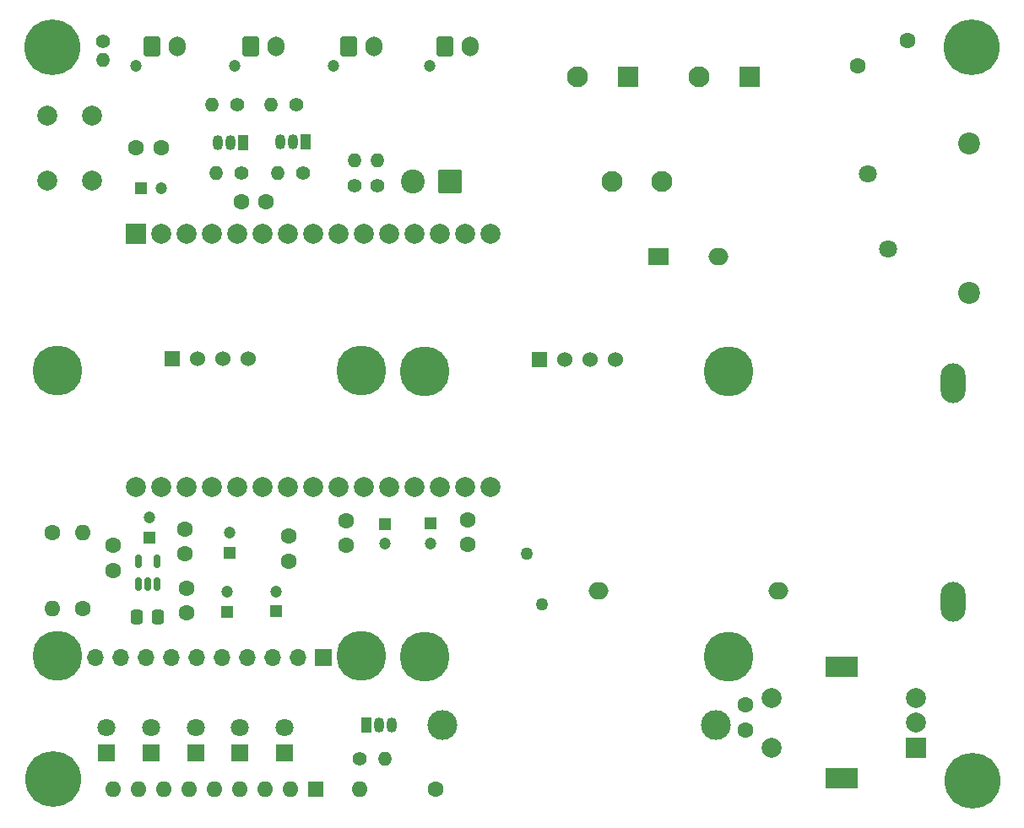
<source format=gbs>
%TF.GenerationSoftware,KiCad,Pcbnew,9.0.0*%
%TF.CreationDate,2026-01-24T21:54:58+01:00*%
%TF.ProjectId,MashMachine V2.0,4d617368-4d61-4636-9869-6e652056322e,rev?*%
%TF.SameCoordinates,Original*%
%TF.FileFunction,Soldermask,Bot*%
%TF.FilePolarity,Negative*%
%FSLAX46Y46*%
G04 Gerber Fmt 4.6, Leading zero omitted, Abs format (unit mm)*
G04 Created by KiCad (PCBNEW 9.0.0) date 2026-01-24 21:54:58*
%MOMM*%
%LPD*%
G01*
G04 APERTURE LIST*
G04 Aperture macros list*
%AMRoundRect*
0 Rectangle with rounded corners*
0 $1 Rounding radius*
0 $2 $3 $4 $5 $6 $7 $8 $9 X,Y pos of 4 corners*
0 Add a 4 corners polygon primitive as box body*
4,1,4,$2,$3,$4,$5,$6,$7,$8,$9,$2,$3,0*
0 Add four circle primitives for the rounded corners*
1,1,$1+$1,$2,$3*
1,1,$1+$1,$4,$5*
1,1,$1+$1,$6,$7*
1,1,$1+$1,$8,$9*
0 Add four rect primitives between the rounded corners*
20,1,$1+$1,$2,$3,$4,$5,0*
20,1,$1+$1,$4,$5,$6,$7,0*
20,1,$1+$1,$6,$7,$8,$9,0*
20,1,$1+$1,$8,$9,$2,$3,0*%
G04 Aperture macros list end*
%ADD10R,1.524000X1.524000*%
%ADD11C,1.524000*%
%ADD12C,5.000000*%
%ADD13C,1.200000*%
%ADD14R,1.200000X1.200000*%
%ADD15O,1.400000X1.400000*%
%ADD16C,1.400000*%
%ADD17C,2.000000*%
%ADD18RoundRect,0.250000X-0.600000X-0.750000X0.600000X-0.750000X0.600000X0.750000X-0.600000X0.750000X0*%
%ADD19O,1.700000X2.000000*%
%ADD20R,1.800000X1.800000*%
%ADD21C,1.800000*%
%ADD22C,5.600000*%
%ADD23R,1.050000X1.500000*%
%ADD24O,1.050000X1.500000*%
%ADD25R,2.000000X2.000000*%
%ADD26R,3.200000X2.000000*%
%ADD27R,1.600000X1.600000*%
%ADD28O,1.600000X1.600000*%
%ADD29RoundRect,0.210000X0.840000X0.840000X-0.840000X0.840000X-0.840000X-0.840000X0.840000X-0.840000X0*%
%ADD30C,2.100000*%
%ADD31C,1.600000*%
%ADD32C,3.000000*%
%ADD33C,2.200000*%
%ADD34RoundRect,0.250000X-0.337500X-0.475000X0.337500X-0.475000X0.337500X0.475000X-0.337500X0.475000X0*%
%ADD35R,2.000000X1.700000*%
%ADD36O,2.000000X1.700000*%
%ADD37RoundRect,0.150000X0.150000X-0.512500X0.150000X0.512500X-0.150000X0.512500X-0.150000X-0.512500X0*%
%ADD38O,2.500000X4.000000*%
%ADD39C,1.270000*%
%ADD40RoundRect,0.249600X-0.950400X-0.950400X0.950400X-0.950400X0.950400X0.950400X-0.950400X0.950400X0*%
%ADD41C,2.400000*%
%ADD42R,1.700000X1.700000*%
%ADD43O,1.700000X1.700000*%
G04 APERTURE END LIST*
D10*
%TO.C,Brd1*%
X117428000Y-90270400D03*
D11*
X119968000Y-90270400D03*
X122508000Y-90270400D03*
X125048000Y-90270400D03*
D12*
X105898000Y-91460400D03*
X105898000Y-120060400D03*
X136398000Y-91460400D03*
X136398000Y-120060400D03*
%TD*%
D13*
%TO.C,C18*%
X127838200Y-113628200D03*
D14*
X127838200Y-115628200D03*
%TD*%
D15*
%TO.C,R11*%
X127355600Y-64770000D03*
D16*
X129895600Y-64770000D03*
%TD*%
%TO.C,R7*%
X110515400Y-58450400D03*
D15*
X110515400Y-60350400D03*
%TD*%
D17*
%TO.C,SW2*%
X104902000Y-72413000D03*
X104902000Y-65913000D03*
X109402000Y-72413000D03*
X109402000Y-65913000D03*
%TD*%
D13*
%TO.C,J1*%
X123718000Y-60928000D03*
D18*
X125318000Y-58928000D03*
D19*
X127818000Y-58928000D03*
%TD*%
D20*
%TO.C,DC1*%
X110871000Y-129793999D03*
D21*
X110871000Y-127253999D03*
%TD*%
D13*
%TO.C,J3*%
X133568000Y-60928000D03*
D18*
X135168000Y-58928000D03*
D19*
X137668000Y-58928000D03*
%TD*%
D22*
%TO.C,H1*%
X197612000Y-59055000D03*
%TD*%
%TO.C,H3*%
X105460800Y-132435600D03*
%TD*%
D10*
%TO.C,Brd2*%
X154258000Y-90352000D03*
D11*
X156798000Y-90352000D03*
X159338000Y-90352000D03*
X161878000Y-90352000D03*
D12*
X142728000Y-91542000D03*
X142728000Y-120142000D03*
X173228000Y-91542000D03*
X173228000Y-120142000D03*
%TD*%
D20*
%TO.C,LED1*%
X119788000Y-129793998D03*
D21*
X119788000Y-127253998D03*
%TD*%
D13*
%TO.C,J4*%
X143220000Y-60928000D03*
D18*
X144820000Y-58928000D03*
D19*
X147320000Y-58928000D03*
%TD*%
D20*
%TO.C,LED3*%
X128678000Y-129793998D03*
D21*
X128678000Y-127253998D03*
%TD*%
D23*
%TO.C,Air_temp1*%
X136906000Y-127000000D03*
D24*
X138176000Y-127000000D03*
X139446000Y-127000000D03*
%TD*%
D25*
%TO.C,SW1*%
X192046000Y-129286000D03*
D17*
X192046000Y-124286000D03*
X192046000Y-126786000D03*
D26*
X184545999Y-132386000D03*
X184545999Y-121186000D03*
D17*
X177546000Y-124286000D03*
X177546000Y-129286000D03*
%TD*%
D22*
%TO.C,H2*%
X105410000Y-59055000D03*
%TD*%
D27*
%TO.C,RN1*%
X131826000Y-133477000D03*
D28*
X129286000Y-133477000D03*
X126746000Y-133477000D03*
X124206000Y-133477000D03*
X121666000Y-133477000D03*
X119126000Y-133477000D03*
X116586000Y-133477000D03*
X114046000Y-133477000D03*
X111506000Y-133477000D03*
%TD*%
D29*
%TO.C,J6*%
X163169600Y-62026800D03*
D30*
X158089600Y-62026800D03*
%TD*%
D29*
%TO.C,J2*%
X175361600Y-62026800D03*
D30*
X170281600Y-62026800D03*
%TD*%
D13*
%TO.C,J5*%
X113812000Y-60928000D03*
D18*
X115412000Y-58928000D03*
D19*
X117912000Y-58928000D03*
%TD*%
D20*
%TO.C,OnOff1*%
X115343001Y-129794000D03*
D21*
X115343001Y-127254000D03*
%TD*%
D20*
%TO.C,LED2*%
X124233000Y-129793998D03*
D21*
X124233000Y-127253998D03*
%TD*%
D22*
%TO.C,H4*%
X197662800Y-132588000D03*
%TD*%
D31*
%TO.C,C8*%
X174893999Y-127516001D03*
X174893999Y-125016001D03*
%TD*%
D16*
%TO.C,R10*%
X130544500Y-71631500D03*
D15*
X128004500Y-71631500D03*
%TD*%
D31*
%TO.C,R3*%
X143891000Y-133477000D03*
D28*
X136271000Y-133477000D03*
%TD*%
D31*
%TO.C,C6*%
X111506000Y-109026000D03*
X111506000Y-111526000D03*
%TD*%
D16*
%TO.C,R5*%
X135763000Y-72975000D03*
D15*
X135763000Y-70435000D03*
%TD*%
D32*
%TO.C,U3*%
X144488000Y-127000000D03*
X171988000Y-127000000D03*
%TD*%
D14*
%TO.C,C16*%
X143383000Y-106839000D03*
D13*
X143383000Y-108839000D03*
%TD*%
D21*
%TO.C,RV1*%
X189230000Y-79248000D03*
X187230000Y-71747999D03*
%TD*%
D33*
%TO.C,C14*%
X197358000Y-83700000D03*
X197358000Y-68700000D03*
%TD*%
D31*
%TO.C,C13*%
X116332000Y-69088000D03*
X113832000Y-69088000D03*
%TD*%
D16*
%TO.C,R6*%
X138049000Y-72975000D03*
D15*
X138049000Y-70435000D03*
%TD*%
D16*
%TO.C,R8*%
X124410000Y-71649000D03*
D15*
X121870000Y-71649000D03*
%TD*%
D23*
%TO.C,Q2*%
X130848500Y-68562500D03*
D24*
X129578500Y-68562500D03*
X128308500Y-68562500D03*
%TD*%
D34*
%TO.C,FB1*%
X113919000Y-116205001D03*
X115994000Y-116205001D03*
%TD*%
D35*
%TO.C,PS1*%
X166207000Y-80011500D03*
D36*
X172207000Y-80011500D03*
X160207001Y-113611500D03*
X178207000Y-113611500D03*
%TD*%
D14*
%TO.C,C7*%
X123190000Y-109736000D03*
D13*
X123190000Y-107736000D03*
%TD*%
D16*
%TO.C,R9*%
X123979000Y-64791000D03*
D15*
X121439000Y-64791000D03*
%TD*%
D31*
%TO.C,R2*%
X108458000Y-115356000D03*
D28*
X108458000Y-107736000D03*
%TD*%
D31*
%TO.C,C17*%
X134874000Y-109016800D03*
X134874000Y-106516800D03*
%TD*%
%TO.C,TH1*%
X186171199Y-60889200D03*
X191171199Y-58389200D03*
%TD*%
%TO.C,R1*%
X105410000Y-107736000D03*
D28*
X105410000Y-115356000D03*
%TD*%
D16*
%TO.C,R4*%
X136271000Y-130429000D03*
D15*
X138811000Y-130429000D03*
%TD*%
D31*
%TO.C,C11*%
X147066000Y-108926000D03*
X147066000Y-106426000D03*
%TD*%
D37*
%TO.C,U1*%
X115946001Y-112903000D03*
X114996001Y-112903000D03*
X114046001Y-112903000D03*
X114046001Y-110628000D03*
X115946001Y-110628000D03*
%TD*%
D14*
%TO.C,C1*%
X122936000Y-115653601D03*
D13*
X122936000Y-113653601D03*
%TD*%
D38*
%TO.C,F1*%
X195783200Y-92710000D03*
X195783200Y-114710000D03*
%TD*%
D14*
%TO.C,C15*%
X138811001Y-106871001D03*
D13*
X138811001Y-108871001D03*
%TD*%
D39*
%TO.C,F2*%
X154559000Y-114935000D03*
X152959000Y-109834999D03*
%TD*%
D14*
%TO.C,C12*%
X114343400Y-73152000D03*
D13*
X116343400Y-73152000D03*
%TD*%
D31*
%TO.C,C4*%
X126853000Y-74549000D03*
X124353000Y-74549000D03*
%TD*%
%TO.C,C9*%
X118745000Y-109855000D03*
X118745000Y-107355000D03*
%TD*%
D25*
%TO.C,U4*%
X113792000Y-77724000D03*
D17*
X116332000Y-77723999D03*
X118872000Y-77724000D03*
X121412000Y-77723999D03*
X123952000Y-77724000D03*
X126492000Y-77723999D03*
X129032000Y-77724000D03*
X131572001Y-77724000D03*
X134112000Y-77724000D03*
X136652001Y-77724000D03*
X139192000Y-77724000D03*
X141732000Y-77723999D03*
X144272000Y-77724000D03*
X146812000Y-77724000D03*
X149352000Y-77724000D03*
X149352000Y-103124000D03*
X146812000Y-103124000D03*
X144272000Y-103124000D03*
X141732000Y-103124001D03*
X139192000Y-103124000D03*
X136652000Y-103124001D03*
X134112000Y-103124000D03*
X131572000Y-103124001D03*
X129032000Y-103124000D03*
X126491999Y-103124000D03*
X123952000Y-103124000D03*
X121411999Y-103124000D03*
X118872000Y-103124000D03*
X116331999Y-103124000D03*
X113792000Y-103124000D03*
%TD*%
D23*
%TO.C,Q1*%
X124587000Y-68580000D03*
D24*
X123317000Y-68580000D03*
X122047000Y-68580000D03*
%TD*%
D14*
%TO.C,C10*%
X115189000Y-108200600D03*
D13*
X115189000Y-106200600D03*
%TD*%
D31*
%TO.C,C2*%
X118872000Y-115804000D03*
X118872000Y-113304000D03*
%TD*%
D30*
%TO.C,U5*%
X161532001Y-72531499D03*
X166532001Y-72531499D03*
D40*
X145282001Y-72531499D03*
D41*
X141532001Y-72531499D03*
%TD*%
D31*
%TO.C,C3*%
X129159000Y-108097000D03*
X129159000Y-110597000D03*
%TD*%
D42*
%TO.C,U2*%
X132588000Y-120269000D03*
D43*
X130048000Y-120269000D03*
X127508000Y-120269000D03*
X124968000Y-120269000D03*
X122428000Y-120269000D03*
X119888000Y-120269000D03*
X117348000Y-120269000D03*
X114808000Y-120269000D03*
X112268000Y-120269000D03*
X109728000Y-120269000D03*
%TD*%
M02*

</source>
